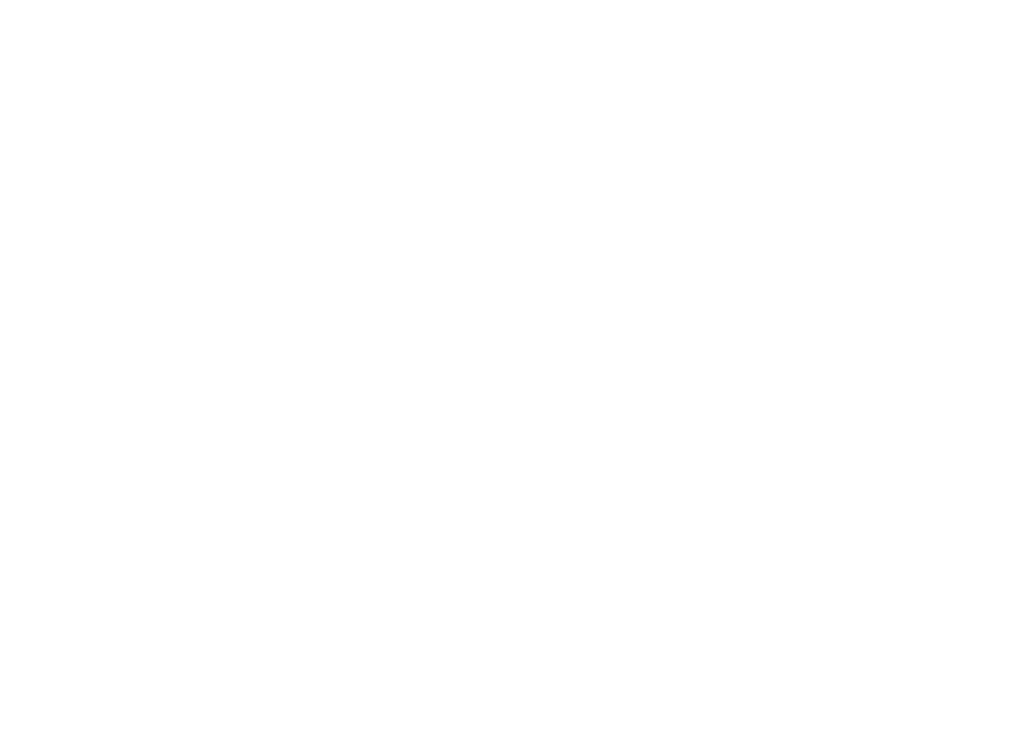
<source format=gts>
*%FSLAX23Y23*%
*%MOIN*%
G01*
D25*
X10798Y6064D02*
D03*
X10714D02*
D03*
X10064Y6056D02*
D03*
X9656Y5912D02*
D03*
X9183Y7006D02*
D03*
X9182Y6938D02*
D03*
X9282Y6966D02*
D03*
X8958Y9054D02*
D03*
X9010Y8967D02*
D03*
X8852Y6918D02*
D03*
X8867Y6994D02*
D03*
X8599Y10063D02*
D03*
X8638Y6956D02*
D03*
X8566Y9632D02*
D03*
X8518Y9055D02*
D03*
X8458Y9136D02*
D03*
X8264Y9632D02*
D03*
X8297Y7390D02*
D03*
X8131Y7113D02*
D03*
X8159Y6994D02*
D03*
X8055Y7427D02*
D03*
X8070Y7309D02*
D03*
X8086Y7190D02*
D03*
X7991Y6919D02*
D03*
X7778D02*
D03*
X7660Y7887D02*
D03*
X7602Y6414D02*
D03*
X7363Y9527D02*
D03*
X7334Y7955D02*
D03*
X7454Y6012D02*
D03*
X7377Y6429D02*
D03*
X7503Y6958D02*
D03*
X7223Y7174D02*
D03*
X7265Y8067D02*
D03*
X6823Y9512D02*
D03*
D30*
X12314Y10341D02*
D03*
X12214D02*
D03*
X12114D02*
D03*
X12014D02*
D03*
X9239Y10144D02*
D03*
D35*
X13185Y9943D02*
D03*
Y6183D02*
D03*
X7949Y8124D02*
D03*
Y6183D02*
D03*
D38*
X12318Y6645D02*
D03*
X12278D02*
D03*
X12239D02*
D03*
X12200D02*
D03*
X12160D02*
D03*
X12121D02*
D03*
X12081D02*
D03*
X12042D02*
D03*
X12003D02*
D03*
X11963D02*
D03*
X11924D02*
D03*
X11885D02*
D03*
X11845D02*
D03*
X11806D02*
D03*
X12357D02*
D03*
X11766D02*
D03*
X11727D02*
D03*
X11688D02*
D03*
X11648D02*
D03*
X11609D02*
D03*
X11569D02*
D03*
X11530D02*
D03*
X11491D02*
D03*
X11451D02*
D03*
X11412D02*
D03*
X11373D02*
D03*
X11333D02*
D03*
X11294D02*
D03*
X11254D02*
D03*
X11215D02*
D03*
D41*
X7209Y9513D02*
D03*
X7089D02*
D03*
X6639D02*
D03*
X6759D02*
D03*
D42*
X7149Y9583D02*
D03*
X6699D02*
D03*
D44*
X8200Y10091D02*
D03*
X8280D02*
D03*
X8260Y9731D02*
D03*
X8340D02*
D03*
X6660Y9751D02*
D03*
X6740D02*
D03*
D46*
X9028Y9991D02*
D03*
X9114D02*
D03*
X8671Y9987D02*
D03*
X8585D02*
D03*
X7923Y7313D02*
D03*
X7837D02*
D03*
X7923Y7393D02*
D03*
X7837D02*
D03*
X7501Y7884D02*
D03*
X7587D02*
D03*
X7963Y6523D02*
D03*
X7877D02*
D03*
D52*
X6662Y8491D02*
D03*
X7256D02*
D03*
D53*
Y9390D02*
D03*
X7134D02*
D03*
X7016D02*
D03*
X6898D02*
D03*
X6780D02*
D03*
X6662D02*
D03*
D54*
X8058Y9136D02*
D03*
Y9236D02*
D03*
Y9336D02*
D03*
D56*
X7808Y9236D02*
D03*
D57*
X7610Y7468D02*
D03*
Y6883D02*
D03*
D60*
X7949Y7237D02*
D03*
Y7151D02*
D03*
X7869Y7237D02*
D03*
Y7151D02*
D03*
X7909Y6969D02*
D03*
Y7055D02*
D03*
X7829Y6969D02*
D03*
Y7055D02*
D03*
D61*
X12414Y10341D02*
D03*
D62*
X6833Y9618D02*
D03*
X7021D02*
D03*
D65*
X8600Y9851D02*
D03*
X8450D02*
D03*
X8440Y9951D02*
D03*
Y10101D02*
D03*
D66*
X10729Y7452D02*
D03*
Y7196D02*
D03*
X10394Y7452D02*
D03*
Y7196D02*
D03*
D70*
X7704Y7313D02*
D03*
Y7273D02*
D03*
Y7234D02*
D03*
Y7195D02*
D03*
Y7155D02*
D03*
Y7116D02*
D03*
Y7076D02*
D03*
Y7037D02*
D03*
Y6998D02*
D03*
Y6958D02*
D03*
Y6919D02*
D03*
Y6880D02*
D03*
Y6840D02*
D03*
Y6801D02*
D03*
Y6761D02*
D03*
Y7352D02*
D03*
Y7550D02*
D03*
Y7510D02*
D03*
Y7471D02*
D03*
Y7432D02*
D03*
Y7392D02*
D03*
Y7353D02*
D03*
Y7313D02*
D03*
Y7274D02*
D03*
Y7235D02*
D03*
Y7195D02*
D03*
Y7156D02*
D03*
Y7117D02*
D03*
Y7077D02*
D03*
Y7038D02*
D03*
Y6998D02*
D03*
Y7589D02*
D03*
D71*
X7326Y9631D02*
D03*
X7465D02*
D03*
X8026D02*
D03*
X8165D02*
D03*
D72*
X8207Y9271D02*
D03*
Y9136D02*
D03*
X8348Y9271D02*
D03*
Y9136D02*
D03*
D79*
X8020Y9902D02*
D03*
Y9992D02*
D03*
Y9811D02*
D03*
D80*
X10157Y7425D02*
D03*
D81*
X8288Y9902D02*
D03*
D82*
X7610Y6646D02*
D03*
Y7705D02*
D03*
D83*
X10157Y7202D02*
D03*
D84*
X7840Y9631D02*
D03*
X7590D02*
D03*
D87*
X12473Y6739D02*
D03*
X11099Y6739D02*
D03*
D88*
X7783Y9934D02*
D03*
X7440D02*
D03*
X7163D02*
D03*
X6820D02*
D03*
D90*
X12070Y5912D02*
D03*
X12470D02*
D03*
X12070Y5612D02*
D03*
X12470D02*
D03*
X12723Y5912D02*
D03*
X13123D02*
D03*
X12723Y5612D02*
D03*
X13123D02*
D03*
X10763Y5912D02*
D03*
X11163D02*
D03*
X10763Y5612D02*
D03*
X11163D02*
D03*
X11416Y5912D02*
D03*
X11816D02*
D03*
X11416Y5612D02*
D03*
X11816D02*
D03*
X8802Y5912D02*
D03*
X9202D02*
D03*
X8802Y5612D02*
D03*
X9202D02*
D03*
X9456Y5912D02*
D03*
X9856D02*
D03*
X9456Y5612D02*
D03*
X9856D02*
D03*
X10109Y5912D02*
D03*
X10509D02*
D03*
X10109Y5612D02*
D03*
X10509D02*
D03*
X8149Y5912D02*
D03*
X8549D02*
D03*
X8149Y5612D02*
D03*
X8549D02*
D03*
M02*

</source>
